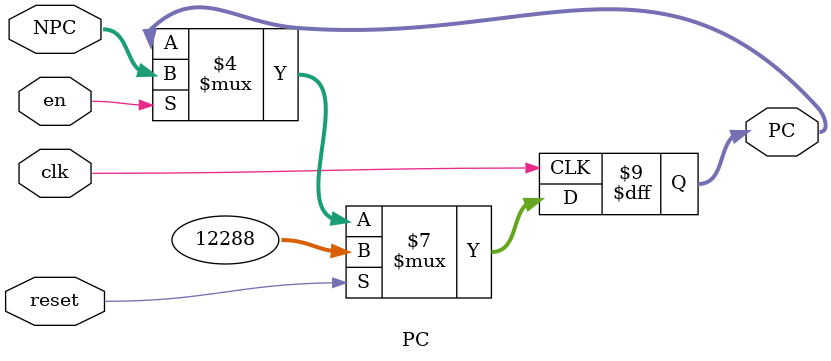
<source format=v>
module PC (
    input clk,
    input reset,
    input en,
    
    input [31:0] NPC,

    output reg [31:0] PC
);
    //PC寄存器+PC初始化
    /*reg [31:0]PCdeReg; 已经天然把输出作为了寄存器*/
    initial begin
        PC<=32'h0000_3000;
    end

    //上升沿更新+同步复位，复位为3000
    always@(posedge clk)begin
        if(reset)begin
            PC<=32'h0000_3000;
        end
        else if(en) begin
            PC<=NPC;
        end
        else begin
            PC<=PC;
        end
    end
endmodule //PC

</source>
